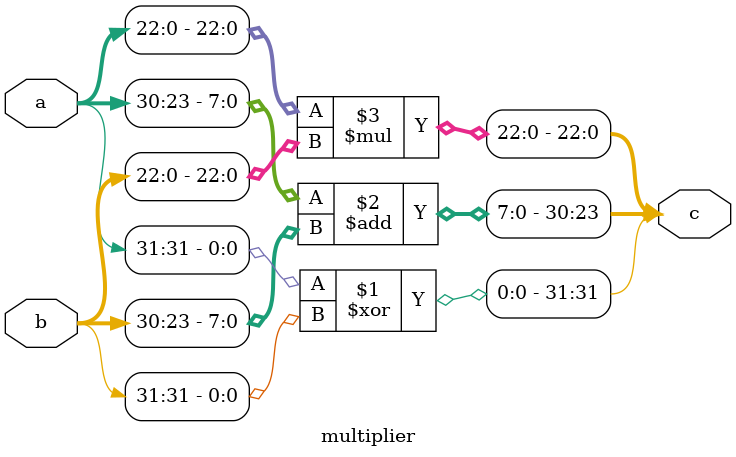
<source format=v>
`timescale 1ns/1ps
module multiplier(
    input [31:0]a,
    input [31:0]b,
    output [31:0]c
);
    assign c[31] = a[31]^b[31];
    assign c[30:23] =  $signed(a[30:23]) + $signed(b[30:23]);
    assign c[22:0] = a[22:0]*b[22:0];

endmodule
</source>
